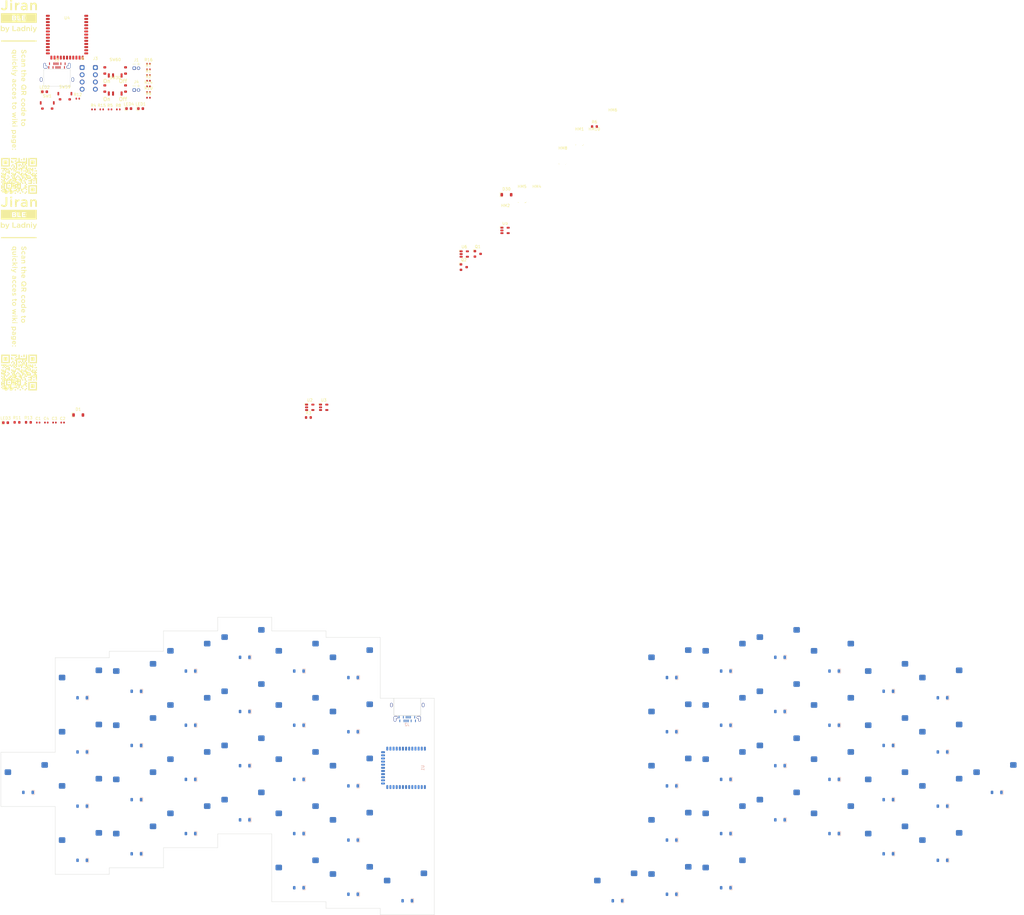
<source format=kicad_pcb>
(kicad_pcb (version 20210228) (generator pcbnew)
  (layers (0 "F.Cu" signal) (31 "B.Cu" signal) (34 "B.Paste" user) (35 "F.Paste" user) (36 "B.SilkS" user "B.Silkscreen") (37 "F.SilkS" user "F.Silkscreen") (38 "B.Mask" user) (39 "F.Mask" user) (44 "Edge.Cuts" user))
  (net 0 "")
  (net 1 "GND")
  (net 2 "Net-(D2-Pad2)")
  (net 3 "Net-(D3-Pad2)")
  (net 4 "Net-(D4-Pad2)")
  (net 5 "Net-(D5-Pad2)")
  (net 6 "Net-(D6-Pad2)")
  (net 7 "Net-(D7-Pad2)")
  (net 8 "Net-(D8-Pad2)")
  (net 9 "Net-(D9-Pad2)")
  (net 10 "Net-(D10-Pad2)")
  (net 11 "Net-(D11-Pad2)")
  (net 12 "Net-(D12-Pad2)")
  (net 13 "Net-(D13-Pad2)")
  (net 14 "Net-(D14-Pad2)")
  (net 15 "Net-(D15-Pad2)")
  (net 16 "Net-(D16-Pad2)")
  (net 17 "Net-(D17-Pad2)")
  (net 18 "Net-(D18-Pad2)")
  (net 19 "Net-(D19-Pad2)")
  (net 20 "Net-(D20-Pad2)")
  (net 21 "Net-(D21-Pad2)")
  (net 22 "Net-(D22-Pad2)")
  (net 23 "Net-(D23-Pad2)")
  (net 24 "Net-(D24-Pad2)")
  (net 25 "Net-(D25-Pad2)")
  (net 26 "Net-(D26-Pad2)")
  (net 27 "Net-(D27-Pad2)")
  (net 28 "Net-(D28-Pad2)")
  (net 29 "Net-(LED1-Pad1)")
  (net 30 "Net-(LED2-Pad1)")
  (net 31 "VBAT_l")
  (net 32 "VBAT_r")
  (net 33 "/P0.28_l")
  (net 34 "/P0.02_l")
  (net 35 "/P0.29_l")
  (net 36 "VBUS_l")
  (net 37 "VBUS_r")
  (net 38 "Net-(D31-Pad2)")
  (net 39 "Net-(D32-Pad2)")
  (net 40 "Net-(D33-Pad2)")
  (net 41 "Net-(D34-Pad2)")
  (net 42 "Net-(D35-Pad2)")
  (net 43 "Net-(D36-Pad2)")
  (net 44 "Net-(D37-Pad2)")
  (net 45 "/P0.28_r")
  (net 46 "Net-(D38-Pad2)")
  (net 47 "Net-(D39-Pad2)")
  (net 48 "Net-(D40-Pad2)")
  (net 49 "Net-(D41-Pad2)")
  (net 50 "Net-(D42-Pad2)")
  (net 51 "Net-(D43-Pad2)")
  (net 52 "Net-(D44-Pad2)")
  (net 53 "Net-(D45-Pad2)")
  (net 54 "Net-(D46-Pad2)")
  (net 55 "Net-(D47-Pad2)")
  (net 56 "Net-(D48-Pad2)")
  (net 57 "Net-(D49-Pad2)")
  (net 58 "/P0.02_r")
  (net 59 "Net-(D50-Pad2)")
  (net 60 "Net-(D51-Pad2)")
  (net 61 "Net-(D52-Pad2)")
  (net 62 "Net-(D53-Pad2)")
  (net 63 "Net-(D54-Pad2)")
  (net 64 "Net-(D55-Pad2)")
  (net 65 "/P0.29_r")
  (net 66 "Net-(D56-Pad2)")
  (net 67 "Net-(D57-Pad2)")
  (net 68 "SWC_l")
  (net 69 "SWD_l")
  (net 70 "SWC_r")
  (net 71 "SWD_r")
  (net 72 "BLUE_LED_l")
  (net 73 "Net-(LED3-Pad1)")
  (net 74 "BLUE_LED_r")
  (net 75 "Net-(LED4-Pad1)")
  (net 76 "/P0.31_l")
  (net 77 "/P0.30_l")
  (net 78 "RESET_l")
  (net 79 "RESET_r")
  (net 80 "/P0.31_r")
  (net 81 "/P0.30_r")
  (net 82 "Net-(D29-Pad2)")
  (net 83 "Net-(J2-PadA5)")
  (net 84 "Net-(J2-PadB5)")
  (net 85 "nRF_VDD_l")
  (net 86 "Net-(J5-PadA5)")
  (net 87 "Net-(J5-PadB5)")
  (net 88 "nRF_VDD_r")
  (net 89 "BATTERY_PIN_l")
  (net 90 "BATTERY_PIN_r")
  (net 91 "Net-(C1-Pad1)")
  (net 92 "Net-(C3-Pad1)")
  (net 93 "/P0.23_l")
  (net 94 "/P0.21_l")
  (net 95 "/P0.19_l")
  (net 96 "/P1.03_l")
  (net 97 "/P1.01_l")
  (net 98 "Net-(D58-Pad2)")
  (net 99 "/P0.23_r")
  (net 100 "/P0.21_r")
  (net 101 "/P0.19_r")
  (net 102 "/P1.03_r")
  (net 103 "/P1.01_r")
  (net 105 "D-_l")
  (net 106 "D+_l")
  (net 108 "D-_r")
  (net 109 "D+_r")
  (net 110 "Net-(Q1-Pad3)")
  (net 111 "Net-(R7-Pad2)")
  (net 112 "Net-(R8-Pad1)")
  (net 113 "Net-(R15-Pad2)")
  (net 114 "Net-(R16-Pad1)")
  (net 115 "/P0.03_l")
  (net 116 "/P0.03_r")
  (net 117 "Net-(Q2-Pad3)")
  (footprint "jiran-ble:Switch_Mx_Hotswap_1u" (layer "F.Cu") (at 26.416 92.202 180)
    (fp_text reference "SW26" hide)
    (fp_text value "SW_Push")
  )
  (footprint "jiran-ble:Switch_Mx_Hotswap_1u" (layer "F.Cu") (at 271.78 125.73 180)
    (fp_text reference "SW56" hide)
    (fp_text value "SW_Push")
  )
  (footprint "jiran-ble:R_0402" (layer "F.Cu") (at 68.762 -149.484)
    (fp_text reference "R10")
    (fp_text value "5.1k")
  )
  (footprint "jiran-ble:R_0402" (layer "F.Cu") (at 43.922 -147.184)
    (fp_text reference "R12")
    (fp_text value "100K")
  )
  (footprint "jiran-ble:Switch_Mx_Hotswap_1u" (layer "F.Cu") (at 140.716 89.916 180)
    (fp_text reference "SW19" hide)
    (fp_text value "SW_Push")
  )
  (footprint "jiran-ble:Hole_Mount_M4" (layer "F.Cu") (at 220.317 -132.659)
    (fp_text reference "HM1")
    (fp_text value "CaseHole")
  )
  (footprint "jiran-ble:SOT-23" (layer "F.Cu") (at 184.547 -92.584)
    (fp_text reference "Q1")
    (fp_text value "SI2301CDS-T1-GE3")
  )
  (footprint "jiran-ble:Switch_Mx_Hotswap_1u" (layer "F.Cu") (at 45.466 116.078 180)
    (fp_text reference "SW20" hide)
    (fp_text value "SW_Push")
  )
  (footprint "jiran-ble:R_0603" (layer "F.Cu") (at 225.572 -137.354)
    (fp_text reference "R6")
    (fp_text value "2M")
  )
  (footprint "jiran-ble:Switch_Mx_Hotswap_1u" (layer "F.Cu") (at 121.666 68.58 180)
    (fp_text reference "SW12" hide)
    (fp_text value "SW_Push")
  )
  (footprint "jiran-ble:LED_0603" (layer "F.Cu") (at 18.512 -33.229)
    (fp_text reference "LED3")
    (fp_text value "BT")
  )
  (footprint "jiran-ble:Connector_THT_1x4_2.54" (layer "F.Cu") (at 50.082 -154.294)
    (fp_text reference "J3")
    (fp_text value "SWD")
  )
  (footprint "jiran-ble:Switch_Mx_Hotswap_1u" (layer "F.Cu") (at 252.73 51.816 180)
    (fp_text reference "SW36" hide)
    (fp_text value "SW_Push")
  )
  (footprint "jiran-ble:Switch_Mx_Hotswap_1u" (layer "F.Cu") (at 64.516 56.642 180)
    (fp_text reference "SW3" hide)
    (fp_text value "SW_Push")
  )
  (footprint "jiran-ble:Switch_Mx_Hotswap_1u" (layer "F.Cu") (at 290.83 44.704 180)
    (fp_text reference "SW34" hide)
    (fp_text value "SW_Push")
  )
  (footprint "jiran-ble:LED_0603" (layer "F.Cu") (at 32.232 -149.599)
    (fp_text reference "LED2")
    (fp_text value "RED")
  )
  (footprint "jiran-ble:Switch_Mx_Hotswap_1u" (layer "F.Cu") (at 328.93 75.692 180)
    (fp_text reference "SW38" hide)
    (fp_text value "SW_Push")
  )
  (footprint "jiran-ble:R_0402" (layer "F.Cu") (at 68.762 -151.474)
    (fp_text reference "R14")
    (fp_text value "1k")
  )
  (footprint "jiran-ble:R_0402" (layer "F.Cu") (at 58.152 -143.384)
    (fp_text reference "R8")
    (fp_text value "10k")
  )
  (footprint "jiran-ble:R_0603" (layer "F.Cu") (at 26.532 -33.354)
    (fp_text reference "R13")
    (fp_text value "2M")
  )
  (footprint "jiran-ble:Switch_Mx_Hotswap_1u" (layer "F.Cu") (at 271.78 49.53 180)
    (fp_text reference "SW35" hide)
    (fp_text value "SW_Push")
  )
  (footprint "jiran-ble:TS-1086E" (layer "F.Cu") (at 39.367 -148.329)
    (fp_text reference "SW59")
    (fp_text value "SW_Push")
  )
  (footprint "jiran-ble:logotype" (layer "F.Cu") (at 23.189846 -67.703259)
    (fp_text reference "G1" hide)
    (fp_text value "Logo-Jiran-BLE" hide)
  )
  (footprint "jiran-ble:Switch_Mx_Hotswap_1u" (layer "F.Cu") (at 102.616 101.854 180)
    (fp_text reference "SW23" hide)
    (fp_text value "SW_Push")
  )
  (footprint "jiran-ble:MSK-12C02" (layer "F.Cu") (at 57.057 -150.734)
    (fp_text reference "SW30")
    (fp_text value "SW_DPDT")
  )
  (footprint "jiran-ble:Switch_Mx_Hotswap_1u" (layer "F.Cu") (at 309.88 68.58 180)
    (fp_text reference "SW39" hide)
    (fp_text value "SW_Push")
  )
  (footprint "jiran-ble:TS-1086E" (layer "F.Cu") (at 33.167 -145.079)
    (fp_text reference "SW1")
    (fp_text value "SW_Push")
  )
  (footprint "jiran-ble:Switch_Mx_Hotswap_1u" (layer "F.Cu") (at 233.68 130.302 180)
    (fp_text reference "SW58" hide)
    (fp_text value "SW_Push")
  )
  (footprint "jiran-ble:C_0402" (layer "F.Cu") (at 35.712 -33.274)
    (fp_text reference "C3")
    (fp_text value "10uF")
  )
  (footprint "jiran-ble:logotype" (layer "F.Cu") (at 23.189846 -136.853259)
    (fp_text reference "G2" hide)
    (fp_text value "Logo-Jiran-BLE" hide)
  )
  (footprint "jiran-ble:SOT-23" (layer "F.Cu") (at 179.647 -87.934)
    (fp_text reference "Q2")
    (fp_text value "SI2301CDS-T1-GE3")
  )
  (footprint "jiran-ble:R_0603" (layer "F.Cu") (at 22.522 -33.354)
    (fp_text reference "R11")
    (fp_text value "750K")
  )
  (footprint "jiran-ble:Switch_Mx_Hotswap_1u" (layer "F.Cu") (at 140.716 51.816 180)
    (fp_text reference "SW7" hide)
    (fp_text value "SW_Push")
  )
  (footprint "jiran-ble:Switch_Mx_Hotswap_1u" (layer "F.Cu") (at 45.466 97.028 180)
    (fp_text reference "SW14" hide)
    (fp_text value "SW_Push")
  )
  (footprint "jiran-ble:Switch_Mx_Hotswap_1u" (layer "F.Cu") (at 64.516 113.792 180)
    (fp_text reference "SW21" hide)
    (fp_text value "SW_Push")
  )
  (footprint "jiran-ble:R_0402" (layer "F.Cu") (at 52.332 -143.384)
    (fp_text reference "R15")
    (fp_text value "1k")
  )
  (footprint "jiran-ble:Switch_Mx_Hotswap_1u" (layer "F.Cu") (at 121.666 106.68 180)
    (fp_text reference "SW24" hide)
    (fp_text value "SW_Push")
  )
  (footprint "jiran-ble:Switch_Mx_Hotswap_1u" (layer "F.Cu") (at 347.98 58.928 180)
    (fp_text reference "SW31" hide)
    (fp_text value "SW_Push")
  )
  (footprint "jiran-ble:D_SOD-123" (layer "F.Cu") (at 194.647 -113.384)
    (fp_text reference "D30")
    (fp_text value "1N5819")
  )
  (footprint "jiran-ble:SOT-23-5" (layer "F.Cu") (at 130.367 -38.634)
    (fp_text reference "U3")
    (fp_text value "TP4054")
  )
  (footprint "jiran-ble:Hole_Mount_M4" (layer "F.Cu") (at 232.017 -139.359)
    (fp_text reference "HM6")
    (fp_text value "CaseHole")
  )
  (footprint "jiran-ble:D_SOD-123" (layer "F.Cu") (at 44.067 -35.934)
    (fp_text reference "D1")
    (fp_text value "1N5819")
  )
  (footprint "jiran-ble:JST_ZH_1x2_P1.5" (layer "F.Cu") (at 64.557 -148.5415)
    (fp_text reference "J4")
    (fp_text value "BATT")
  )
  (footprint "jiran-ble:Switch_Mx_Hotswap_1u" (layer "F.Cu") (at 140.716 108.966 180)
    (fp_text reference "SW25" hide)
    (fp_text value "SW_Push")
  )
  (footprint "jiran-ble:SOT-23-5" (layer "F.Cu") (at 125.467 -38.634)
    (fp_text reference "U2")
    (fp_text value "AP2112K-3.3")
  )
  (footprint "jiran-ble:Switch_Mx_Hotswap_1u" (layer "F.Cu") (at 45.466 77.978 180)
    (fp_text reference "SW8" hide)
    (fp_text value "SW_Push")
  )
  (footprint "jiran-ble:SOT-23-5" (layer "F.Cu") (at 179.797 -92.534)
    (fp_text reference "U6")
    (fp_text value "TP4054")
  )
  (footprint "jiran-ble:Switch_Mx_Hotswap_1u" (layer "F.Cu") (at 252.73 128.016 180)
    (fp_text reference "SW57" hide)
    (fp_text value "SW_Push")
  )
  (footprint "jiran-ble:Hole_Mount_M4" (layer "F.Cu") (at 220.317 -127.459)
    (fp_text reference "HM9")
    (fp_text value "CaseHole")
  )
  (footprint "jiran-ble:Switch_Mx_Hotswap_1u" (layer "F.Cu") (at 64.516 75.692 180)
    (fp_text reference "SW9" hide)
    (fp_text value "SW_Push")
  )
  (footprint "jiran-ble:Switch_Mx_Hotswap_1u" (layer "F.Cu") (at 102.616 82.804 180)
    (fp_text reference "SW17" hide)
    (fp_text value "SW_Push")
  )
  (footprint "jiran-ble:Switch_Mx_Hotswap_1u" (layer "F.Cu") (at 290.83 82.804 180)
    (fp_text reference "SW46" hide)
    (fp_text value "SW_Push")
  )
  (footprint "jiran-ble:R_0402" (layer "F.Cu") (at 68.762 -153.464)
    (fp_text reference "R2")
    (fp_text value "5.1k")
  )
  (footprint "jiran-ble:C_0402" (layer "F.Cu") (at 29.972 -33.274)
    (fp_text reference "C1")
    (fp_text value "10uF")
  )
  (footprint "jiran-ble:LED_0603" (layer "F.Cu") (at 61.832 -143.669)
    (fp_text reference "LED4")
    (fp_text value "RED")
  )
  (footprint "jiran-ble:R_0402" (layer "F.Cu") (at 49.422 -143.384)
    (fp_text reference "R4")
    (fp_text value "1k")
  )
  (footprint "jiran-ble:Hole_Mount_M4" (layer "F.Cu") (at 205.317 -112.459)
    (fp_text reference "HM4")
    (fp_text value "CaseHole")
  )
  (footprint "jiran-ble:JST_ZH_1x2_P1.5" (layer "F.Cu") (at 64.557 -156.2315)
    (fp_text reference "J1")
    (fp_text value "BATT")
  )
  (footprint "jiran-ble:Hole_Mount_M4" (layer "F.Cu") (at 225.517 -132.659)
    (fp_text reference "HM10")
    (fp_text value "CaseHole")
  )
  (footprint "jiran-ble:Switch_Mx_Hotswap_1u" (layer "F.Cu") (at 252.73 70.866 180)
    (fp_text reference "SW42" hide)
    (fp_text value "SW_Push")
  )
  (footprint "jiran-ble:Hole_Mount_M4" (layer "F.Cu") (at 214.467 -120.759)
    (fp_text reference "HM7")
    (fp_text value "CaseHole")
  )
  (footprint "jiran-ble:Switch_Mx_Hotswap_1u" (layer "F.Cu") (at 121.666 87.63 180)
    (fp_text reference "SW18" hide)
    (fp_text value "SW_Push")
  )
  (footprint "jiran-ble:Switch_Mx_Hotswap_1u" (layer "F.Cu") (at 347.98 77.978 180)
    (fp_text reference "SW37" hide)
    (fp_text value "SW_Push")
  )
  (footprint "jiran-ble:Hole_Mount_M4" (layer "F.Cu") (at 200.117 -107.259)
    (fp_text reference "HM3")
    (fp_text value "CaseHole")
  )
  (footprint "jiran-ble:Switch_Mx_Hotswap_1u" (layer "F.Cu") (at 64.516 94.742 180)
    (fp_text reference "SW15" hide)
    (fp_text value "SW_Push")
  )
  (footprint "jiran-ble:Switch_Mx_Hotswap_1u" (layer "F.Cu") (at 45.466 58.928 180)
    (fp_text reference "SW2" hide)
    (fp_text value "SW_Push")
  )
  (footprint "jiran-ble:Switch_Mx_Hotswap_1u" (layer "F.Cu") (at 328.93 113.792 180)
    (fp_text reference "SW50" hide)
    (fp_text value "SW_Push")
  )
  (footprint "jiran-ble:Switch_Mx_Hotswap_1u" (layer "F.Cu") (at 309.88 49.53 180)
    (fp_text reference "SW33" hide)
    (fp_text value "SW_Push")
  )
  (footprint "jiran-ble:Switch_Mx_Hotswap_1u" (layer "F.Cu") (at 271.78 87.63 180)
    (fp_text reference "SW47" hide)
    (fp_text value "SW_Push")
  )
  (footprint "jiran-ble:Switch_Mx_Hotswap_1u" (layer "F.Cu") (at 328.93 56.642 180)
    (fp_text reference "SW32" hide)
    (fp_text value "SW_Push")
  )
  (footprint "jiran-ble:Switch_Mx_Hotswap_1u" (layer "F.Cu") (at 347.98 116.078 180)
    (fp_text reference "SW49" hide)
    (fp_text value "SW_Push")
  )
  (footprint "jiran-ble:Switch_Mx_Hotswap_1u" (layer "F.Cu") (at 290.83 63.754 180)
    (fp_text reference "SW40" hide)
    (fp_text value "SW_Push")
  )
  (footprint "jiran-ble:Switch_Mx_Hotswap_1u" (layer "F.Cu") (at 347.98 97.028 180)
    (fp_text reference "SW43" hide)
    (fp_text value "SW_Push")
  )
  (footprint "jiran-ble:Switch_Mx_Hotswap_1u" (layer "F.Cu") (at 83.566 106.68 180)
    (fp_text reference "SW22" hide)
    (fp_text value "SW_Push")
  )
  (footprint "jiran-ble:Switch_Mx_Hotswap_1u" (layer "F.Cu") (at 328.93 94.742 180)
    (fp_text reference "SW44" hide)
    (fp_text value "SW_Push")
  )
  (footprint "jiran-ble:Switch_Mx_Hotswap_1u" (layer "F.Cu") (at 271.78 106.68 180)
    (fp_text reference "SW53" hide)
    (fp_text value "SW_Push")
  )
  (footprint "jiran-ble:R_0402" (layer "F.Cu") (at 68.762 -155.454)
    (fp_text reference "R1")
    (fp_text value "5.1k")
  )
  (footprint "jiran-ble:C_0402" (layer "F.Cu") (at 38.582 -33.274)
    (fp_text reference "C2")
    (fp_text value "10uF")
  )
  (footprint "jiran-ble:Switch_Mx_Hotswap_1u" (layer "F.Cu") (at 140.716 70.866 180)
    (fp_text reference "SW13" hide)
    (fp_text value "SW_Push")
  )
  (footprint "jiran-ble:Switch_Mx_Hotswap_1u" (layer "F.Cu") (at 102.616 63.754 180)
    (fp_text reference "SW11" hide)
    (fp_text value "SW_Push")
  )
  (footprint "jiran-ble:Switch_Mx_Hotswap_1u" (layer "F.Cu") (at 159.766 130.302 180)
    (fp_text reference "SW29" hide)
    (fp_text value "SW_Push")
  )
  (footprint "jiran-ble:Switch_Mx_Hotswap_1u" (layer "F.Cu") (at 290.83 101.854 180)
    (fp_text reference "SW52" hide)
    (fp_text value "SW_Push")
  )
  (footprint "jiran-ble:C_0402" (layer "F.Cu") (at 32.842 -33.274)
    (fp_text reference "C4")
    (fp_text value "10uF")
  )
  (footprint "jiran-ble:Switch_Mx_Hotswap_1u" (layer "F.Cu") (at 252.73 108.966 180)
    (fp_text reference "SW54" hide)
    (fp_text value "SW_Push")
  )
  (footprint "jiran-ble:Switch_Mx_Hotswap_1u" (layer "F.Cu") (at 121.666 49.53 180)
    (fp_text reference "SW6" hide)
    (fp_text value "SW_Push")
  )
  (footprint "jiran-ble:Switch_Mx_Hotswap_1u" (layer "F.Cu") (at 271.78 68.58 180)
    (fp_text reference "SW41" hide)
    (fp_text value "SW_Push")
  )
  (footprint "jiran-ble:Switch_Mx_Hotswap_1u" (layer "F.Cu") (at 83.566 87.63 180)
    (fp_text reference "SW16" hide)
    (fp_text value "SW_Push")
  )
  (footprint "jiran-ble:USB-C-31-M-27" (layer "F.Cu") (at 36.587 -153.879)
    (fp_text reference "J5")
    (fp_text value "USB-C-Receptacle")
    (fp_line (start 4.7 2.35) (end 4.699997 -3.200003) (layer "Edge.Cuts") (width 0.1))
    (fp_line (start -4.7 2.35) (end 4.7 2.35) (layer "Edge.Cuts") (width 0.1))
    (fp_line (start 4.2 -3.700002) (end -4.2 -3.7) (layer "Edge.Cuts") (width 0.1))
    (fp_line (start -4.7 -3.200002) (end -4.7 2.35) (layer "Edge.Cuts") (width 0.1))
    (fp_arc (start 4.199999 -3.200004) (end 4.2 -3.700002) (angle 90) (layer "Edge.Cuts") (width 0.1))
    (fp_arc (start -4.200002 -3.200001) (end -4.7 -3.200002) (angle 90) (layer "Edge.Cuts") (width 0.1))
  )
  (footprint "jiran-ble:R_0402" (layer "F.Cu") (at 55.242 -143.384)
    (fp_text reference "R5")
    (fp_text value "100K")
  )
  (footprint "jiran-ble:MSK-12C02" (layer "F.Cu") (at 57.057 -157.084)
    (fp_text reference "SW60")
    (fp_text value "SW_DPDT")
  )
  (footprint "jiran-ble:Hole_Mount_M4" (layer "F.Cu") (at 214.467 -125.959)
    (fp_text reference "HM8")
    (fp_text value "CaseHole")
  )
  (footprint "jiran-ble:Switch_Mx_Hotswap_1u" (layer "F.Cu") (at 252.73 89.916 180)
    (fp_text reference "SW48" hide)
    (fp_text value "SW_Push")
  )
  (footprint "jiran-ble:Switch_Mx_Hotswap_1u" (layer "F.Cu") (at 367.03 92.202 180)
    (fp_text reference "SW55" hide)
    (fp_text value "SW_Push")
  )
  (footprint "jiran-ble:R_0402" (layer "F.Cu") (at 68.762 -157.444)
    (fp_text reference "R7")
    (fp_text value "1k")
  )
  (footprint "jiran-ble:Switch_Mx_Hotswap_1u" (layer "F.Cu") (at 121.666 125.73 180)
    (fp_text reference "SW27" hide)
    (fp_text value "SW_Push")
  )
  (footprint "jiran-ble:Switch_Mx_Hotswap_1u" (layer "F.Cu") (at 309.88 87.63 180)
    (fp_text reference "SW45" hide)
    (fp_text value "SW_Push")
  )
  (footprint "jiran-ble:Switch_Mx_Hotswap_1u" (layer "F.Cu") (at 102.616 44.704 180)
    (fp_text reference "SW5" hide)
    (fp_text value "SW_Push")
  )
  (footprint "jiran-ble:Switch_Mx_Hotswap_1u" (layer "F.Cu") (at 309.88 106.68 180)
    (fp_text reference "SW51" hide)
    (fp_text value "SW_Push")
  )
  (footprint "jiran-ble:R_0603" (layer "F.Cu") (at 124.992 -35.054)
    (fp_text reference "R3")
    (fp_text value "750K")
  )
  (footprint "jiran-ble:SOT-23-5" (layer "F.Cu") (at 194.147 -100.834)
    (fp_text reference "U5")
    (fp_text value "AP2112K-3.3")
  )
  (footprint "jiran-ble:Hole_Mount_M4" (layer "F.Cu") (at 200.117 -112.459)
    (fp_text reference "HM5")
    (fp_text value "CaseHole")
  )
  (footprint "jiran-ble:R_0402" (layer "F.Cu") (at 68.762 -159.434)
    (fp_text reference "R16")
    (fp_text value "10k")
  )
  (footprint "jiran-ble:Holyiot-18010-nRF52840" (layer "F.Cu") (at 40.127 -170.599)
    (fp_text reference "U4")
    (fp_text value "HOLYIOT-18010-NRF52840_Simple")
  )
  (footprint "jiran-ble:Switch_Mx_Hotswap_1u" (layer "F.Cu") (at 83.566 49.53 180)
    (fp_text reference "SW4" hide)
    (fp_text value "SW_Push")
  )
  (footprint "jiran-ble:Connector_THT_1x4_2.54" (layer "F.Cu") (at 45.432 -154.294)
    (fp_text reference "J6")
    (fp_text value "SWD")
  )
  (footprint "jiran-ble:Switch_Mx_Hotswap_1u" (layer "F.Cu") (at 140.716 128.016 180)
    (fp_text reference "SW28" hide)
    (fp_text value "SW_Push")
  )
  (footprint "jiran-ble:LED_0603" (layer "F.Cu") (at 66.002 -143.669)
    (fp_text reference "LED1")
    (fp_text value "BT")
  )
  (footprint "jiran-ble:R_0402" (layer "F.Cu") (at 68.762 -147.494)
    (fp_text reference "R9")
    (fp_text value "5.1k")
  )
  (footprint "jiran-ble:Hole_Mount_M4" (layer "F.Cu") (at 194.267 -105.759)
    (fp_text reference "HM2")
    (fp_text value "CaseHole")
  )
  (footprint "jiran-ble:Switch_Mx_Hotswap_1u" (layer "F.Cu") (at 83.566 68.58 180)
    (fp_text reference "SW10" hide)
    (fp_text value "SW_Push")
  )
  (footprint "jiran-ble:D_SOD-123" (layer "B.Cu") (at 290.83 87.376 180)
    (fp_text reference "D46" hide)
    (fp_text value "1N5819")
  )
  (footprint "jiran-ble:D_SOD-123" (layer "B.Cu") (at 347.98 101.6 180)
    (fp_text reference "D43" hide)
    (fp_text value "1N5819")
  )
  (footprint "jiran-ble:Holyiot-18010-nRF52840" (layer "B.Cu") (at 160.2435 88.138 90)
    (fp_text reference "U1")
    (fp_text value "HOLYIOT-18010-NRF52840_Simple")
  )
  (footprint "jiran-ble:D_SOD-123" (layer "B.Cu") (at 83.566 92.202 180)
    (fp_text reference "D16" hide)
    (fp_text value "1N5819")
  )
  (footprint "jiran-ble:D_SOD-123" (layer "B.Cu") (at 121.666 92.202 180)
    (fp_text reference "D18" hide)
    (fp_text value "1N5819")
  )
  (footprint "jiran-ble:USB-C-31-M-27" (layer "B.Cu") (at 159.766 66.04)
    (fp_text reference "J2")
    (fp_text value "USB-C-Receptacle")
    (fp_line (start -4.7 -2.35) (end 4.7 -2.35) (layer "Edge.Cuts") (width 0.1))
    (fp_line (start 4.7 -2.35) (end 4.699997 3.200003) (layer "Edge.Cuts") (width 0.1))
    (fp_line (start 4.2 3.700002) (end -4.2 3.7) (layer "Edge.Cuts") (width 0.1))
    (fp_line (start -4.7 3.200002) (end -4.7 -2.35) (layer "Edge.Cuts") (width 0.1))
    (fp_arc (start 4.199999 3.200004) (end 4.2 3.700002) (angle -90) (layer "Edge.Cuts") (width 0.1))
    (fp_arc (start -4.200002 3.200001) (end -4.7 3.200002) (angle -90) (layer "Edge.Cuts") (width 0.1))
  )
  (footprint "jiran-ble:D_SOD-123" (layer "B.Cu") (at 309.88 73.152 180)
    (fp_text reference "D39" hide)
    (fp_text value "1N5819")
  )
  (footprint "jiran-ble:D_SOD-123" (layer "B.Cu") (at 64.516 118.364 180)
    (fp_text reference "D21" hide)
    (fp_text value "1N5819")
  )
  (footprint "jiran-ble:D_SOD-123" (layer "B.Cu") (at 83.566 54.102 180)
    (fp_text reference "D4" hide)
    (fp_text value "1N5819")
  )
  (footprint "jiran-ble:D_SOD-123" (layer "B.Cu") (at 328.93 80.264 180)
    (fp_text reference "D38" hide)
    (fp_text value "1N5819")
  )
  (footprint "jiran-ble:D_SOD-123" (layer "B.Cu") (at 83.566 73.152 180)
    (fp_text reference "D10" hide)
    (fp_text value "1N5819")
  )
  (footprint "jiran-ble:D_SOD-123" (layer "B.Cu") (at 140.716 94.488 180)
    (fp_text reference "D19" hide)
    (fp_text value "1N5819")
  )
  (footprint "jiran-ble:D_SOD-123" (layer "B.Cu") (at 328.93 61.214 180)
    (fp_text reference "D32" hide)
    (fp_text value "1N5819")
  )
  (footprint "jiran-ble:D_SOD-123" (layer "B.Cu") (at 328.93 118.364 180)
    (fp_text reference "D50" hide)
    (fp_text value "1N5819")
  )
  (footprint "jiran-ble:D_SOD-123" (layer "B.Cu") (at 252.73 75.438 180)
    (fp_text reference "D42" hide)
    (fp_text value "1N5819")
  )
  (footprint "jiran-ble:D_SOD-123" (layer "B.Cu") (at 102.616 87.376 180)
    (fp_text reference "D17" hide)
    (fp_text value "1N5819")
  )
  (footprint "jiran-ble:D_SOD-123" (layer "B.Cu") (at 290.83 106.426 180)
    (fp_text reference "D52" hide)
    (fp_text value "1N5819")
  )
  (footprint "jiran-ble:D_SOD-123" (layer "B.Cu") (at 64.516 99.314 180)
    (fp_text reference "D15" hide)
    (fp_text value "1N5819")
  )
  (footprint "jiran-ble:D_SOD-123" (layer "B.Cu") (at 45.466 63.5 180)
    (fp_text reference "D2" hide)
    (fp_text value "1N5819")
  )
  (footprint "jiran-ble:D_SOD-123" (layer "B.Cu") (at 309.88 54.102 180)
    (fp_text reference "D33" hide)
    (fp_text value "1N5819")
  )
  (footprint "jiran-ble:D_SOD-123" (layer "B.Cu") (at 271.78 111.252 180)
    (fp_text reference "D53" hide)
    (fp_text value "1N5819")
  )
  (footprint "jiran-ble:D_SOD-123" (layer "B.Cu") (at 347.98 120.65 180)
    (fp_text reference "D49" hide)
    (fp_text value "1N5819")
  )
  (footprint "jiran-ble:D_SOD-123" (layer "B.Cu") (at 271.78 73.152 180)
    (fp_text reference "D41" hide)
    (fp_text value "1N5819")
  )
  (footprint "jiran-ble:D_SOD-123" (layer "B.Cu") (at 309.88 92.202 180)
    (fp_text reference "D45" hide)
    (fp_text value "1N5819")
  )
  (footprint "jiran-ble:D_SOD-123" (layer "B.Cu") (at 159.766 134.874 180)
    (fp_text reference "D29" hide)
    (fp_text value "1N5819")
  )
  (footprint "jiran-ble:D_SOD-123" (layer "B.Cu") (at 252.73 56.388 180)
    (fp_text reference "D36" hide)
    (fp_text value "1N5819")
  )
  (footprint "jiran-ble:D_SOD-123" (layer "B.Cu") (at 271.78 92.202 180)
    (fp_text reference "D47" hide)
    (fp_text value "1N5819")
  )
  (footprint "jiran-ble:D_SOD-123" (layer "B.Cu") (at 271.78 54.102 180)
    (fp_text reference "D35" hide)
    (fp_text value "1N5819")
  )
  (footprint "jiran-ble:D_SOD-123" (layer "B.Cu") (at 271.78 130.302 180)
    (fp_text reference "D56" hide)
    (fp_text value "1N5819")
  )
  (footprint "jiran-ble:D_SOD-123" (layer "B.Cu") (at 102.616 68.326 180)
    (fp_text reference "D11" hide)
    (fp_text value "1N5819")
  )
  (footprint "jiran-ble:D_SOD-123" (layer "B.Cu") (at 252.73 113.538 180)
    (fp_text reference "D54" hide)
    (fp_text value "1N5819")
  )
  (footprint "jiran-ble:D_SOD-123" (layer "B.Cu") (at 102.616 106.426 180)
    (fp_text reference "D23" hide)
    (fp_text value "1N5819")
  )
  (footprint "jiran-ble:D_SOD-123" (layer "B.Cu") (at 347.98 82.55 180)
    (fp_text reference "D37" hide)
    (fp_text value "1N5819")
  )
  (footprint "jiran-ble:D_SOD-123" (layer "B.Cu") (at 102.616 49.276 180)
    (fp_text reference "D5" hide)
    (fp_text value "1N5819")
  )
  (footprint "jiran-ble:D_SOD-123" (layer "B.Cu") (at 26.416 96.774 180)
    (fp_text reference "D26" hide)
    (fp_text value "1N5819")
  )
  (footprint "jiran-ble:D_SOD-123" (layer "B.Cu") (at 121.666 54.102 180)
    (fp_text reference "D6" hide)
    (fp_text value "1N5819")
  )
  (footprint "jiran-ble:D_SOD-123" (layer "B.Cu") (at 45.466 101.6 180)
    (fp_text reference "D14" hide)
    (fp_text value "1N5819")
  )
  (footprint "jiran-ble:D_SOD-123" (layer "B.Cu") (at 140.716 132.588 180)
    (fp_text reference "D28" hide)
    (fp_text value "1N5819")
  )
  (footprint "jiran-ble:D_SOD-123" (layer "B.Cu") (at 140.716 56.388 180)
    (fp_text reference "D7" hide)
    (fp_text value "1N5819")
  )
  (footprint "jiran-ble:D_SOD-123" (layer "B.Cu") (at 309.88 111.252 180)
    (fp_text reference "D51" hide)
    (fp_text value "1N5819")
  )
  (footprint "jiran-ble:D_SOD-123" (layer "B.Cu") (at 367.03 96.774 180)
    (fp_text reference "D55" hide)
    (fp_text value "1N5819")
  )
  (footprint "jiran-ble:D_SOD-123" (layer "B.Cu") (at 233.68 134.874 180)
    (fp_text reference "D58" hide)
    (fp_text value "1N5819")
  )
  (footprint "jiran-ble:D_SOD-123" (layer "B.Cu") (at 140.716 113.538 180)
    (fp_text reference "D25" hide)
    (fp_text value "1N5819")
  )
  (footprint "jiran-ble:D_SOD-123" (layer "B.Cu") (at 64.516 80.264 180)
    (fp_text reference "D9" hide)
    (fp_text value "1N5819")
  )
  (footprint "jiran-ble:D_SOD-123" (layer "B.Cu") (at 45.466 82.55 180)
    (fp_text reference "D8" hide)
    (fp_text value "1N5819")
  )
  (footprint "jiran-ble:D_SOD-123" (layer "B.Cu") (at 290.83 49.276 180)
    (fp_text reference "D34" hide)
    (fp_text value "1N5819")
  )
  (footprint "jiran-ble:D_SOD-123" (layer "B.Cu") (at 290.83 68.326 180)
    (fp_text reference "D40" hide)
    (fp_text value "1N5819")
  )
  (footprint "jiran-ble:D_SOD-123" (layer "B.Cu") (at 121.666 111.252 180)
    (fp_text reference "D24" hide)
    (fp_text value "1N5819")
  )
  (footprint "jiran-ble:D_SOD-123" (layer "B.Cu") (at 121.666 73.152 180)
    (fp_text reference "D12" hide)
    (fp_text value "1N5819")
  )
  (footprint "jiran-ble:D_SOD-123" (layer "B.Cu") (at 252.73 132.588 180)
    (fp_text reference "D57" hide)
    (fp_text value "1N5819")
  )
  (footprint "jiran-ble:D_SOD-123" (layer "B.Cu") (at 328.93 99.314 180)
    (fp_text reference "D44" hide)
    (fp_text value "1N5819")
  )
  (footprint "jiran-ble:D_SOD-123" (layer "B.Cu") (at 121.666 130.302 180)
    (fp_text reference "D27" hide)
    (fp_text value "1N5819")
  )
  (footprint "jiran-ble:D_SOD-123" (layer "B.Cu") (at 45.466 120.65 180)
    (fp_text reference "D20" hide)
    (fp_text value "1N5819")
  )
  (footprint "jiran-ble:D_SOD-123" (layer "B.Cu") (at 347.98 63.5 180)
    (fp_text reference "D31" hide)
    (fp_text value "1N5819")
  )
  (footprint "jiran-ble:D_SOD-123" (layer "B.Cu") (at 83.566 111.252 180)
    (fp_text reference "D22" hide)
    (fp_text value "1N5819")
  )
  (footprint "jiran-ble:D_SOD-123" (layer "B.Cu") (at 252.73 94.488 180)
    (fp_text reference "D48" hide)
    (fp_text value "1N5819")
  )
  (footprint "jiran-ble:D_SOD-123" (layer "B.Cu") (at 64.516 61.214 180)
    (fp_text reference "D3" hide)
    (fp_text value "1N5819")
  )
  (footprint "jiran-ble:D_SOD-123" (layer "B.Cu") (at 140.716 75.438 180)
    (fp_text reference "D13" hide)
    (fp_text value "1N5819")
  )
  (gr_line (start 16.891 82.677) (end 16.891 101.727) (layer "Edge.Cuts") (width 0.1))
  (gr_line (start 164.466 63.69) (end 169.291 63.69) (layer "Edge.Cuts") (width 0.1))
  (gr_line (start 93.091 116.205) (end 93.091 111.379) (layer "Edge.Cuts") (width 0.1))
  (gr_line (start 169.291 139.827) (end 169.291 63.69) (layer "Edge.Cuts") (width 0.1))
  (gr_line (start 16.891 101.727) (end 35.941 101.727) (layer "Edge.Cuts") (width 0.1))
  (gr_line (start 131.191 40.005) (end 131.191 42.291) (layer "Edge.Cuts") (width 0.1))
  (gr_line (start 74.041 47.117) (end 74.041 40.005) (layer "Edge.Cuts") (width 0.1))
  (gr_line (start 131.191 42.291) (end 150.241 42.291) (layer "Edge.Cuts") (width 0.1))
  (gr_line (start 93.091 111.379) (end 112.141 111.379) (layer "Edge.Cuts") (width 0.1))
  (gr_line (start 112.141 35.179) (end 112.141 40.005) (layer "Edge.Cuts") (width 0.1))
  (gr_line (start 131.191 135.255) (end 131.191 137.541) (layer "Edge.Cuts") (width 0.1))
  (gr_line (start 35.941 82.677) (end 35.941 49.403) (layer "Edge.Cuts") (width 0.1))
  (gr_line (start 150.241 63.69) (end 155.066 63.69) (layer "Edge.Cuts") (width 0.1))
  (gr_line (start 131.191 137.541) (end 150.241 137.541) (layer "Edge.Cuts") (width 0.1))
  (gr_line (start 150.241 42.291) (end 150.241 63.69) (layer "Edge.Cuts") (width 0.1))
  (gr_line (start 54.991 125.603) (end 54.991 123.317) (layer "Edge.Cuts") (width 0.1))
  (gr_line (start 155.066 69.74) (end 164.465997 69.74) (layer "Edge.Cuts") (width 0.1))
  (gr_line (start 150.241 137.541) (end 150.241 139.827) (layer "Edge.Cuts") (width 0.1))
  (gr_line (start 35.941 49.403) (end 54.991 49.403) (layer "Edge.Cuts") (width 0.1))
  (gr_line (start 93.091 35.179) (end 112.141 35.179) (layer "Edge.Cuts") (width 0.1))
  (gr_line (start 54.991 49.403) (end 54.991 47.117) (layer "Edge.Cuts") (width 0.1))
  (gr_line (start 93.091 40.005) (end 93.091 35.179) (layer "Edge.Cuts") (width 0.1))
  (gr_line (start 164.465997 69.74) (end 164.466 63.69) (layer "Edge.Cuts") (width 0.1))
  (gr_line (start 74.041 116.205) (end 93.091 116.205) (layer "Edge.Cuts") (width 0.1))
  (gr_line (start 150.241 139.827) (end 169.291 139.827) (layer "Edge.Cuts") (width 0.1))
  (gr_line (start 35.941 101.727) (end 35.941 125.603) (layer "Edge.Cuts") (width 0.1))
  (gr_line (start 112.141 135.255) (end 131.191 135.255) (layer "Edge.Cuts") (width 0.1))
  (gr_line (start 74.041 40.005) (end 93.091 40.005) (layer "Edge.Cuts") (width 0.1))
  (gr_line (start 155.066 63.69) (end 155.066 69.74) (layer "Edge.Cuts") (width 0.1))
  (gr_line (start 54.991 47.117) (end 74.041 47.117) (layer "Edge.Cuts") (width 0.1))
  (gr_line (start 54.991 123.317) (end 74.041 123.317) (layer "Edge.Cuts") (width 0.1))
  (gr_line (start 112.141 111.379) (end 112.141 135.255) (layer "Edge.Cuts") (width 0.1))
  (gr_line (start 74.041 123.317) (end 74.041 116.205) (layer "Edge.Cuts") (width 0.1))
  (gr_line (start 35.941 125.603) (end 54.991 125.603) (layer "Edge.Cuts") (width 0.1))
  (gr_line (start 16.891 82.677) (end 35.941 82.677) (layer "Edge.Cuts") (width 0.1))
  (gr_line (start 112.141 40.005) (end 131.191 40.005) (layer "Edge.Cuts") (width 0.1))
)
</source>
